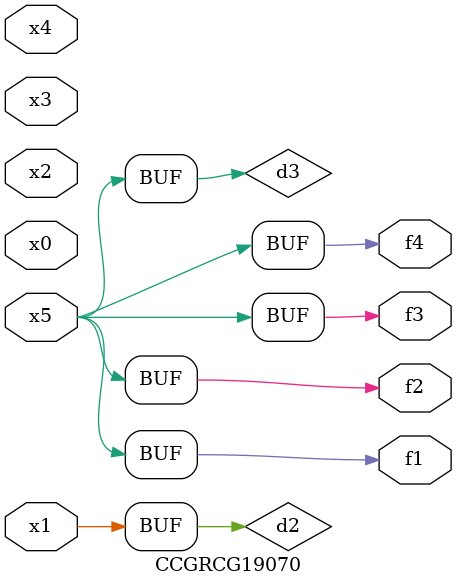
<source format=v>
module CCGRCG19070(
	input x0, x1, x2, x3, x4, x5,
	output f1, f2, f3, f4
);

	wire d1, d2, d3;

	not (d1, x5);
	or (d2, x1);
	xnor (d3, d1);
	assign f1 = d3;
	assign f2 = d3;
	assign f3 = d3;
	assign f4 = d3;
endmodule

</source>
